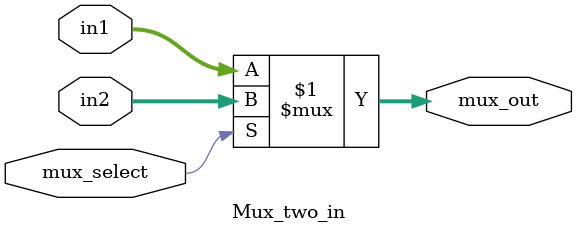
<source format=v>
`timescale 1ns / 1ns

module Mux_two_in(in1,in2,mux_select,mux_out);

input [1727:0] in1;
input [1727:0] in2;
input mux_select;
output [1727:0] mux_out;

assign mux_out = mux_select ? in2 : in1;

endmodule

</source>
